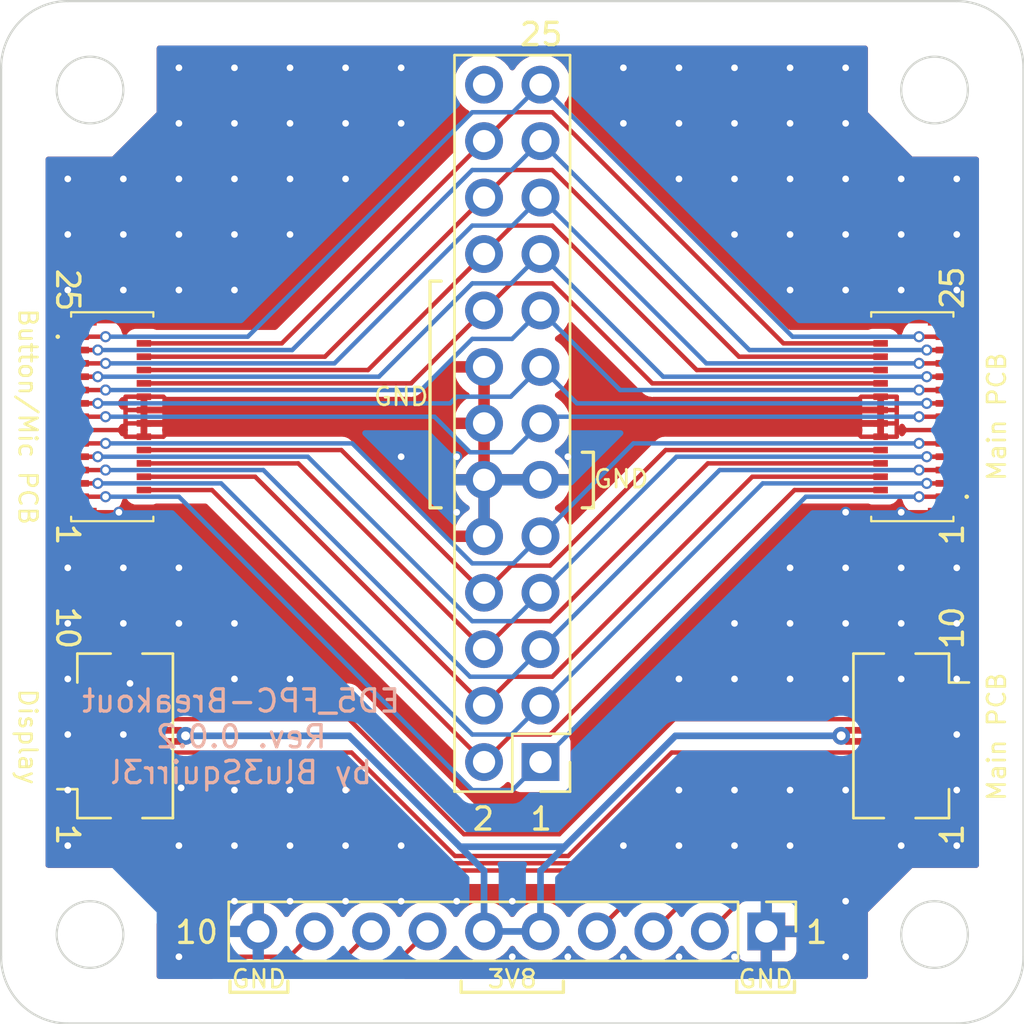
<source format=kicad_pcb>
(kicad_pcb (version 20211014) (generator pcbnew)
  (title_block (title "ED5 - FPC Breakout, Extension and Sniffer Board") (date "2023-01-05") (rev "0.0.2") (company "Blu3Squirr3l"))
  (layers (0 "F.Cu" signal) (31 "B.Cu" signal) (34 "B.Paste" user) (35 "F.Paste" user) (36 "B.SilkS" user "B.Silkscreen") (37 "F.SilkS" user "F.Silkscreen") (38 "B.Mask" user) (39 "F.Mask" user) (44 "Edge.Cuts" user))
  (net 0 "")
  (net 1 "GND")
  (net 2 "/LED_2")
  (net 3 "/LED_3")
  (net 4 "/LED_4")
  (net 5 "+3V8")
  (net 6 "/LED_7")
  (net 7 "/LED_8")
  (net 8 "/LED_9")
  (net 9 "/Button_1")
  (net 10 "/Button_2")
  (net 11 "/Button_3")
  (net 12 "/Button_4")
  (net 13 "/Button_5")
  (net 14 "/Button_6")
  (net 15 "/Button_7")
  (net 16 "/Button_8")
  (net 17 "/Button_9")
  (net 18 "/Button_13")
  (net 19 "/Button_15")
  (net 20 "/Button_17")
  (net 21 "/Button_18")
  (net 22 "/Button_19")
  (net 23 "/Button_20")
  (net 24 "/Button_21")
  (net 25 "/Button_22")
  (net 26 "/Button_23")
  (net 27 "/Button_24")
  (net 28 "/Button_25")
  (footprint "Connector_PinHeader_2.54mm:PinHeader_2x13_P2.54mm_Vertical" (layer "F.Cu") (at 86.27 81.24 180)
    (fp_text reference "J3")
    (fp_text value "Conn_Button_Mic" hide)
  )
  (footprint "ProjectLibrary:FH35C-25S-0.3SHW" (layer "F.Cu") (at 67 65.7 -90)
    (fp_text reference "J1")
    (fp_text value "Conn_to_Button_PCB" hide)
  )
  (footprint "ProjectLibrary:HDGC_0.5K-HX-10PWB_1x10_P0.50mm_Horizontal" (layer "F.Cu") (at 67.83 80.06 -90)
    (fp_text reference "J4")
    (fp_text value "Conn_to_Display" hide)
  )
  (footprint "Connector_PinHeader_2.54mm:PinHeader_1x10_P2.54mm_Vertical" (layer "F.Cu") (at 96.43 88.86 -90)
    (fp_text reference "J6")
    (fp_text value "Conn_Display" hide)
  )
  (footprint "ProjectLibrary:FH35C-25S-0.3SHW" (layer "F.Cu") (at 103 65.7 90)
    (fp_text reference "J2")
    (fp_text value "Conn_B_to_Main_PCB" hide)
  )
  (footprint "ProjectLibrary:HDGC_0.5K-HX-10PWB_1x10_P0.50mm_Horizontal" (layer "F.Cu") (at 102.25 80.06 90)
    (fp_text reference "J5")
    (fp_text value "Conn_D_to_Main_PCB" hide)
  )
  (gr_line (start 82.7 91.6) (end 87.3 91.6) (layer "F.SilkS") (width 0.15))
  (gr_line (start 81.8 59.6) (end 81.3 59.6) (layer "F.SilkS") (width 0.15))
  (gr_line (start 95.1 91.6) (end 97.7 91.6) (layer "F.SilkS") (width 0.15))
  (gr_line locked (start 88.15 67.3) (end 88.65 67.3) (layer "F.SilkS") (width 0.15))
  (gr_line (start 74.9 91.6) (end 74.9 91.1) (layer "F.SilkS") (width 0.15))
  (gr_line (start 97.7 91.6) (end 97.7 91.1) (layer "F.SilkS") (width 0.15))
  (gr_line (start 81.3 59.6) (end 81.3 69.8) (layer "F.SilkS") (width 0.15))
  (gr_line (start 88.15 69.8) (end 88.65 69.8) (layer "F.SilkS") (width 0.15))
  (gr_line (start 95.1 91.6) (end 95.1 91.1) (layer "F.SilkS") (width 0.15))
  (gr_line (start 72.3 91.6) (end 74.9 91.6) (layer "F.SilkS") (width 0.15))
  (gr_line (start 87.3 91.6) (end 87.3 91.1) (layer "F.SilkS") (width 0.15))
  (gr_line (start 81.3 69.8) (end 81.8 69.8) (layer "F.SilkS") (width 0.15))
  (gr_line (start 88.65 67.3) (end 88.65 69.8) (layer "F.SilkS") (width 0.15))
  (gr_line (start 82.7 91.6) (end 82.7 91.1) (layer "F.SilkS") (width 0.15))
  (gr_line (start 72.3 91.6) (end 72.3 91.1) (layer "F.SilkS") (width 0.15))
  (gr_line (start 65 47) (end 105 47) (layer "Edge.Cuts") (width 0.1))
  (gr_circle (center 66 51) (end 67.5 51) (layer "Edge.Cuts") (width 0.1) (fill none))
  (gr_circle (center 104 51) (end 105.5 51) (layer "Edge.Cuts") (width 0.1) (fill none))
  (gr_arc (start 105 47) (mid 107.12132 47.87868) (end 108 50) (layer "Edge.Cuts") (width 0.1))
  (gr_arc (start 65 93) (mid 62.87868 92.12132) (end 62 90) (layer "Edge.Cuts") (width 0.1))
  (gr_arc (start 62 50) (mid 62.87868 47.87868) (end 65 47) (layer "Edge.Cuts") (width 0.1))
  (gr_line (start 108 50) (end 108 90) (layer "Edge.Cuts") (width 0.1))
  (gr_circle (center 66 89) (end 64.5 89) (layer "Edge.Cuts") (width 0.1) (fill none))
  (gr_line (start 65 93) (end 105 93) (layer "Edge.Cuts") (width 0.1))
  (gr_arc (start 108 90) (mid 107.12132 92.12132) (end 105 93) (layer "Edge.Cuts") (width 0.1))
  (gr_line (start 62 50) (end 62 90) (layer "Edge.Cuts") (width 0.1))
  (gr_circle (center 104 89) (end 105.5 89) (layer "Edge.Cuts") (width 0.1) (fill none))
  (gr_text "ED5_FPC-Breakout\nRev. 0.0.2\nby Blu3Squirr3l" (at 72.8 80.1) (layer "B.SilkS") (effects (font (size 1 1)) (justify mirror)))
  (gr_text "25" (at 104.8 59.9 90) (layer "F.SilkS") (effects (font (size 1 1))))
  (gr_text "1" (at 65 71 270) (layer "F.SilkS") (effects (font (size 1 1))))
  (gr_text "GND" (at 73.6 91) (layer "F.SilkS") (effects (font (size 0.8 0.8) (thickness 0.12))))
  (gr_text "10" (at 65 75.2 270) (layer "F.SilkS") (effects (font (size 1 1))))
  (gr_text "GND" (at 80 64.8) (layer "F.SilkS") (effects (font (size 0.8 0.8) (thickness 0.12))))
  (gr_text "Button/Mic PCB" (at 63.2 65.7 270) (layer "F.SilkS") (effects (font (size 0.8 0.8) (thickness 0.12))))
  (gr_text "Display" (at 63.2 80.1 270) (layer "F.SilkS") (effects (font (size 0.8 0.8) (thickness 0.12))))
  (gr_text "25" (at 65 60 270) (layer "F.SilkS") (effects (font (size 1 1))))
  (gr_text "3V8" (at 85 91) (layer "F.SilkS") (effects (font (size 0.8 0.8) (thickness 0.12))))
  (gr_text "Main PCB" (at 106.8 65.7 90) (layer "F.SilkS") (effects (font (size 0.8 0.8) (thickness 0.12))))
  (gr_text "1" (at 98.7 88.9) (layer "F.SilkS") (effects (font (size 1 1))))
  (gr_text "1" (at 104.8 71 90) (layer "F.SilkS") (effects (font (size 1 1))))
  (gr_text "GND" (at 89.9 68.5) (layer "F.SilkS") (effects (font (size 0.8 0.8) (thickness 0.12))))
  (gr_text "10" (at 104.8 75.2 90) (layer "F.SilkS") (effects (font (size 1 1))))
  (gr_text "10" (at 70.8 88.9) (layer "F.SilkS") (effects (font (size 1 1))))
  (gr_text "1" (at 104.792702 84.5 90) (layer "F.SilkS") (effects (font (size 1 1))))
  (gr_text "GND" (at 96.4 91) (layer "F.SilkS") (effects (font (size 0.8 0.8) (thickness 0.12))))
  (gr_text "Main PCB" (at 106.797452 80.1 90) (layer "F.SilkS") (effects (font (size 0.8 0.8) (thickness 0.12))))
  (gr_text "2" (at 83.7 83.8) (layer "F.SilkS") (effects (font (size 1 1))))
  (gr_text "1" (at 65 84.5 270) (layer "F.SilkS") (effects (font (size 1 1))))
  (gr_text "25" (at 86.3 48.5) (layer "F.SilkS") (effects (font (size 1 1))))
  (gr_text "1" (at 86.3 83.8) (layer "F.SilkS") (effects (font (size 1 1))))
  (segment (start 68.425 66.6) (end 69.3 66.6) (width 0.2) (layer "F.Cu") (net 1))
  (segment (start 69.4 66.5) (end 69.4 64.9) (width 0.2) (layer "F.Cu") (net 1))
  (segment (start 101.575 66.6) (end 102.3 66.6) (width 0.2) (layer "F.Cu") (net 1))
  (segment (start 70.2 77.5) (end 72.5 77.5) (width 0.2) (layer "F.Cu") (net 1))
  (segment (start 64.4 66.3) (end 65.55 66.3) (width 0.2) (layer "F.Cu") (net 1))
  (segment (start 102.3 66.3) (end 102.3 66) (width 0.2) (layer "F.Cu") (net 1))
  (segment (start 88.5 66.5) (end 87.5 67.5) (width 0.2) (layer "F.Cu") (net 1))
  (segment (start 105.3 66.3) (end 105.5 66.5) (width 0.2) (layer "F.Cu") (net 1))
  (segment (start 64.7 61.4) (end 64.7 60.3) (width 0.2) (layer "F.Cu") (net 1))
  (segment (start 69.08 77.81) (end 67.91 77.81) (width 0.2) (layer "F.Cu") (net 1))
  (segment (start 101.575 64.8) (end 100.7 64.8) (width 0.2) (layer "F.Cu") (net 1))
  (segment (start 64.7 72.2) (end 65 72.5) (width 0.2) (layer "F.Cu") (net 1))
  (segment (start 102.3 64.8) (end 101.575 64.8) (width 0.2) (layer "F.Cu") (net 1))
  (segment (start 102.3 66) (end 101.575 66) (width 0.2) (layer "F.Cu") (net 1))
  (segment (start 105.5 66.5) (end 105.5 69.6) (width 0.2) (layer "F.Cu") (net 1))
  (segment (start 101 77.2) (end 101.39 76.81) (width 0.2) (layer "F.Cu") (net 1))
  (segment (start 69.08 77.81) (end 69.89 77.81) (width 0.2) (layer "F.Cu") (net 1))
  (segment (start 101 82.31) (end 101 83) (width 0.2) (layer "F.Cu") (net 1))
  (segment (start 101 77.81) (end 102.19 77.81) (width 0.2) (layer "F.Cu") (net 1))
  (segment (start 102.19 77.81) (end 102.5 77.5) (width 0.2) (layer "F.Cu") (net 1))
  (segment (start 101 82.31) (end 100.19 82.31) (width 0.2) (layer "F.Cu") (net 1))
  (segment (start 104.175 61.4) (end 102.8 61.4) (width 0.2) (layer "F.Cu") (net 1))
  (segment (start 64.7 61.4) (end 64.4 61.7) (width 0.2) (layer "F.Cu") (net 1))
  (segment (start 69.08 82.31) (end 69.08 82.98) (width 0.2) (layer "F.Cu") (net 1))
  (segment (start 100.19 82.31) (end 100 82.5) (width 0.2) (layer "F.Cu") (net 1))
  (segment (start 104.45 66.3) (end 102.3 66.3) (width 0.2) (layer "F.Cu") (net 1))
  (segment (start 67.6 66.3) (end 67.6 66.6) (width 0.2) (layer "F.Cu") (net 1))
  (segment (start 67.6 66) (end 67.6 66.1) (width 0.2) (layer "F.Cu") (net 1))
  (segment (start 101.575 66.6) (end 100.7 66.6) (width 0.2) (layer "F.Cu") (net 1))
  (segment (start 69.08 82.31) (end 70.01 82.31) (width 0.2) (layer "F.Cu") (net 1))
  (segment (start 69.4 66.5) (end 79 66.5) (width 0.2) (layer "F.Cu") (net 1))
  (segment (start 104.45 66.3) (end 105.3 66.3) (width 0.2) (layer "F.Cu") (net 1))
  (segment (start 68.425 64.8) (end 67.6 64.8) (width 0.2) (layer "F.Cu") (net 1))
  (segment (start 67.91 77.81) (end 67.8 77.7) (width 0.2) (layer "F.Cu") (net 1))
  (segment (start 99 85) (end 97.5 85) (width 0.2) (layer "F.Cu") (net 1))
  (segment (start 69.3 64.8) (end 69.4 64.9) (width 0.2) (layer "F.Cu") (net 1))
  (segment (start 64.4 69.7) (end 64.7 70) (width 0.2) (layer "F.Cu") (net 1))
  (segment (start 104.175 61.4) (end 105.2 61.4) (width 0.2) (layer "F.Cu") (net 1))
  (segment (start 64.4 66.3) (end 64.4 69.7) (width 0.2) (layer "F.Cu") (net 1))
  (segment (start 105.5 69.6) (end 105.1 70) (width 0.2) (layer "F.Cu") (net 1))
  (segment (start 67.5 61.1) (end 67.5 60) (width 0.2) (layer "F.Cu") (net 1))
  (segment (start 101 77.81) (end 100.31 77.81) (width 0.2) (layer "F.Cu") (net 1))
  (segment (start 67.6 66.1) (end 67.6 66.3) (width 0.2) (layer "F.Cu") (net 1))
  (segment (start 64.4 61.7) (end 64.4 66.3) (width 0.2) (layer "F.Cu") (net 1))
  (segment (start 100.6 66.5) (end 88.5 66.5) (width 0.2) (layer "F.Cu") (net 1))
  (segment (start 65.825 70) (end 67.3 70) (width 0.2) (layer "F.Cu") (net 1))
  (segment (start 69.3 66.6) (end 69.4 66.5) (width 0.2) (layer "F.Cu") (net 1))
  (segment (start 69.08 77.02) (end 68.87 76.81) (width 0.2) (layer "F.Cu") (net 1))
  (segment (start 65.825 61.4) (end 64.7 61.4) (width 0.2) (layer "F.Cu") (net 1))
  (segment (start 105.5 66.1) (end 105.3 66.3) (width 0.2) (layer "F.Cu") (net 1))
  (segment (start 68.425 64.8) (end 69.3 64.8) (width 0.2) (layer "F.Cu") (net 1))
  (segment (start 105.5 61.7) (end 105.5 66.1) (width 0.2) (layer "F.Cu") (net 1))
  (segment (start 65.825 61.4) (end 67.2 61.4) (width 0.2) (layer "F.Cu") (net 1))
  (segment (start 65.825 70) (end 64.7 70) (width 0.2) (layer "F.Cu") (net 1))
  (segment (start 67.6 66.6) (end 68.425 66.6) (width 0.2) (layer "F.Cu") (net 1))
  (segment (start 68.425 65.4) (end 67.6 65.4) (width 0.2) (layer "F.Cu") (net 1))
  (segment (start 100.31 77.81) (end 100 77.5) (width 0.2) (layer "F.Cu") (net 1))
  (segment (start 69.08 77.81) (end 69.08 77.02) (width 0.2) (layer "F.Cu") (net 1))
  (segment (start 102.8 61.4) (end 102.5 61.1) (width 0.2) (layer "F.Cu") (net 1))
  (segment (start 102.3 65.4) (end 101.575 65.4) (width 0.2) (layer "F.Cu") (net 1))
  (segment (start 68.87 76.81) (end 66.58 76.81) (width 0.2) (layer "F.Cu") (net 1))
  (segment (start 69.89 77.81) (end 70.2 77.5) (width 0.2) (layer "F.Cu") (net 1))
  (segment (start 65.55 66.3) (end 67.6 66.3) (width 0.2) (layer "F.Cu") (net 1))
  (segment (start 64.7 60.3) (end 65 60) (width 0.2) (layer "F.Cu") (net 1))
  (segment (start 64.7 70) (end 64.7 72.2) (width 0.2) (layer "F.Cu") (net 1))
  (segment (start 105.2 61.4) (end 105.5 61.7) (width 0.2) (layer "F.Cu") (net 1))
  (segment (start 67.6 66) (end 68.425 66) (width 0.2) (layer "F.Cu") (net 1))
  (segment (start 102.5 61.1) (end 102.5 60) (width 0.2) (layer "F.Cu") (net 1))
  (segment (start 102.3 66) (end 102.3 65.4) (width 0.2) (layer "F.Cu") (net 1))
  (segment (start 101 83) (end 99 85) (width 0.2) (layer "F.Cu") (net 1))
  (segment (start 79 66.5) (end 80 67.5) (width 0.2) (layer "F.Cu") (net 1))
  (segment (start 105.1 70) (end 104.175 70) (width 0.2) (layer "F.Cu") (net 1))
  (segment (start 69.08 82.98) (end 69.2 83.1) (width 0.2) (layer "F.Cu") (net 1))
  (segment (start 100.6 64.9) (end 100.6 66.5) (width 0.2) (layer "F.Cu") (net 1))
  (segment (start 70.01 82.31) (end 70.1 82.4) (width 0.2) (layer "F.Cu") (net 1))
  (segment (start 101.39 76.81) (end 103.5 76.81) (width 0.2) (layer "F.Cu") (net 1))
  (segment (start 102.3 66.6) (end 102.3 66.3) (width 0.2) (layer "F.Cu") (net 1))
  (segment (start 100.7 64.8) (end 100.6 64.9) (width 0.2) (layer "F.Cu") (net 1))
  (segment (start 67.2 61.4) (end 67.5 61.1) (width 0.2) (layer "F.Cu") (net 1))
  (segment (start 102.5 70) (end 104.175 70) (width 0.2) (layer "F.Cu") (net 1))
  (segment (start 100.7 66.6) (end 100.6 66.5) (width 0.2) (layer "F.Cu") (net 1))
  (segment (start 101 77.81) (end 101 77.2) (width 0.2) (layer "F.Cu") (net 1))
  (segment (start 67.6 64.8) (end 67.6 65.4) (width 0.2) (layer "F.Cu") (net 1))
  (segment (start 102.3 65.4) (end 102.3 64.8) (width 0.2) (layer "F.Cu") (net 1))
  (segment (start 67.6 65.4) (end 67.6 66) (width 0.2) (layer "F.Cu") (net 1))
  (via (at 105 82.5) (size 0.5) (drill 0.3) (layers "F.Cu" "B.Cu") (net 1))
  (via (at 65 85) (size 0.5) (drill 0.3) (layers "F.Cu" "B.Cu") (net 1))
  (via (at 97.5 72.5) (size 0.5) (drill 0.3) (layers "F.Cu" "B.Cu") (net 1))
  (via (at 100 55) (size 0.5) (drill 0.3) (layers "F.Cu" "B.Cu") (net 1))
  (via (at 95 50) (size 0.5) (drill 0.3) (layers "F.Cu" "B.Cu") (net 1))
  (via (at 95 75) (size 0.5) (drill 0.3) (layers "F.Cu" "B.Cu") (net 1))
  (via (at 72.5 52.5) (size 0.5) (drill 0.3) (layers "F.Cu" "B.Cu") (net 1))
  (via (at 100 50) (size 0.5) (drill 0.3) (layers "F.Cu" "B.Cu") (net 1))
  (via (at 67.5 60) (size 0.5) (drill 0.3) (layers "F.Cu" "B.Cu") (net 1))
  (via (at 95 57.5) (size 0.5) (drill 0.3) (layers "F.Cu" "B.Cu") (net 1))
  (via (at 102.5 55) (size 0.5) (drill 0.3) (layers "F.Cu" "B.Cu") (net 1))
  (via (at 85 87.5) (size 0.5) (drill 0.3) (layers "F.Cu" "B.Cu") (net 1))
  (via (at 67.5 57.5) (size 0.5) (drill 0.3) (layers "F.Cu" "B.Cu") (net 1))
  (via (at 75 52.5) (size 0.5) (drill 0.3) (layers "F.Cu" "B.Cu") (net 1))
  (via (at 72.5 50) (size 0.5) (drill 0.3) (layers "F.Cu" "B.Cu") (net 1))
  (via (at 70 52.5) (size 0.5) (drill 0.3) (layers "F.Cu" "B.Cu") (net 1))
  (via (at 95 55) (size 0.5) (drill 0.3) (layers "F.Cu" "B.Cu") (net 1))
  (via (at 105 77.5) (size 0.5) (drill 0.3) (layers "F.Cu" "B.Cu") (net 1))
  (via (at 72.5 75) (size 0.5) (drill 0.3) (layers "F.Cu" "B.Cu") (net 1))
  (via (at 87.5 67.5) (size 0.5) (drill 0.3) (layers "F.Cu" "B.Cu") (net 1))
  (via (at 92.5 55) (size 0.5) (drill 0.3) (layers "F.Cu" "B.Cu") (net 1))
  (via (at 72.5 87.5) (size 0.5) (drill 0.3) (layers "F.Cu" "B.Cu") (net 1))
  (via (at 67.8 77.7) (size 0.5) (drill 0.3) (layers "F.Cu" "B.Cu") (net 1))
  (via (at 72.5 57.5) (size 0.5) (drill 0.3) (layers "F.Cu" "B.Cu") (net 1))
  (via (at 102.5 77.5) (size 0.5) (drill 0.3) (layers "F.Cu" "B.Cu") (net 1))
  (via (at 82.5 67.5) (size 0.5) (drill 0.3) (layers "F.Cu" "B.Cu") (net 1))
  (via (at 100 72.5) (size 0.5) (drill 0.3) (layers "F.Cu" "B.Cu") (net 1))
  (via (at 102.5 60) (size 0.5) (drill 0.3) (layers "F.Cu" "B.Cu") (net 1))
  (via (at 65 82.5) (size 0.5) (drill 0.3) (layers "F.Cu" "B.Cu") (net 1))
  (via (at 75 57.5) (size 0.5) (drill 0.3) (layers "F.Cu" "B.Cu") (net 1))
  (via (at 65 55) (size 0.5) (drill 0.3) (layers "F.Cu" "B.Cu") (net 1))
  (via (at 75 50) (size 0.5) (drill 0.3) (layers "F.Cu" "B.Cu") (net 1))
  (via (at 97.5 52.5) (size 0.5) (drill 0.3) (layers "F.Cu" "B.Cu") (net 1))
  (via (at 97.5 75) (size 0.5) (drill 0.3) (layers "F.Cu" "B.Cu") (net 1))
  (via (at 105 72.5) (size 0.5) (drill 0.3) (layers "F.Cu" "B.Cu") (net 1))
  (via (at 100 60) (size 0.5) (drill 0.3) (layers "F.Cu" "B.Cu") (net 1))
  (via (at 65 75) (size 0.5) (drill 0.3) (layers "F.Cu" "B.Cu") (net 1))
  (via (at 100 57.5) (size 0.5) (drill 0.3) (layers "F.Cu" "B.Cu") (net 1))
  (via (at 67.5 75) (size 0.5) (drill 0.3) (layers "F.Cu" "B.Cu") (net 1))
  (via (at 70 72.5) (size 0.5) (drill 0.3) (layers "F.Cu" "B.Cu") (net 1))
  (via (at 97.5 50) (size 0.5) (drill 0.3) (layers "F.Cu" "B.Cu") (net 1))
  (via (at 97.5 77.5) (size 0.5) (drill 0.3) (layers "F.Cu" "B.Cu") (net 1))
  (via (at 105 57.5) (size 0.5) (drill 0.3) (layers "F.Cu" "B.Cu") (net 1))
  (via (at 100 77.5) (size 0.5) (drill 0.3) (layers "F.Cu" "B.Cu") (net 1))
  (via (at 92.5 52.5) (size 0.5) (drill 0.3) (layers "F.Cu" "B.Cu") (net 1))
  (via (at 85 90) (size 0.5) (drill 0.3) (layers "F.Cu" "B.Cu") (net 1))
  (via (at 105 75) (size 0.5) (drill 0.3) (layers "F.Cu" "B.Cu") (net 1))
  (via (at 70 60) (size 0.5) (drill 0.3) (layers "F.Cu" "B.Cu") (net 1))
  (via (at 77.5 50) (size 0.5) (drill 0.3) (layers "F.Cu" "B.Cu") (net 1))
  (via (at 80 50) (size 0.5) (drill 0.3) (layers "F.Cu" "B.Cu") (net 1))
  (via (at 105 55) (size 0.5) (drill 0.3) (layers "F.Cu" "B.Cu") (net 1))
  (via (at 92.5 77.5) (size 0.5) (drill 0.3) (layers "F.Cu" "B.Cu") (net 1))
  (via (at 72.5 85) (size 0.5) (drill 0.3) (layers "F.Cu" "B.Cu") (net 1))
  (via (at 77.5 52.5) (size 0.5) (drill 0.3) (layers "F.Cu" "B.Cu") (net 1))
  (via (at 92.5 50) (size 0.5) (drill 0.3) (layers "F.Cu" "B.Cu") (net 1))
  (via (at 65 60) (size 0.5) (drill 0.3) (layers "F.Cu" "B.Cu") (net 1))
  (via (at 70 50) (size 0.5) (drill 0.3) (layers "F.Cu" "B.Cu") (net 1))
  (via (at 82.5 87.5) (size 0.5) (drill 0.3) (layers "F.Cu" "B.Cu") (net 1))
  (via (at 97.5 57.5) (size 0.5) (drill 0.3) (layers "F.Cu" "B.Cu") (net 1))
  (via (at 100 52.5) (size 0.5) (drill 0.3) (layers "F.Cu" "B.Cu") (net 1))
  (via (at 77.5 85) (size 0.5) (drill 0.3) (layers "F.Cu" "B.Cu") (net 1))
  (via (at 65 57.5) (size 0.5) (drill 0.3) (layers "F.Cu" "B.Cu") (net 1))
  (via (at 75 82.5) (size 0.5) (drill 0.3) (layers "F.Cu" "B.Cu") (net 1))
  (via (at 95 77.5) (size 0.5) (drill 0.3) (layers "F.Cu" "B.Cu") (net 1))
  (via (at 75 85) (size 0.5) (drill 0.3) (layers "F.Cu" "B.Cu") (net 1))
  (via (at 92.5 85) (size 0.5) (drill 0.3) (layers "F.Cu" "B.Cu") (net 1))
  (via (at 105 85) (size 0.5) (drill 0.3) (layers "F.Cu" "B.Cu") (net 1))
  (via (at 92.5 90) (size 0.5) (drill 0.3) (layers "F.Cu" "B.Cu") (net 1))
  (via (at 95 90) (size 0.5) (drill 0.3) (layers "F.Cu" "B.Cu") (net 1))
  (via (at 102.5 72.5) (size 0.5) (drill 0.3) (layers "F.Cu" "B.Cu") (net 1))
  (via (at 102.5 57.5) (size 0.5) (drill 0.3) (layers "F.Cu" "B.Cu") (net 1))
  (via (at 100 82.5) (size 0.5) (drill 0.3) (layers "F.Cu" "B.Cu") (net 1))
  (via (at 97.5 55) (size 0.5) (drill 0.3) (layers "F.Cu" "B.Cu") (net 1))
  (via (at 105 60) (size 0.5) (drill 0.3) (layers "F.Cu" "B.Cu") (net 1))
  (via (at 77.5 55) (size 0.5) (drill 0.3) (layers "F.Cu" "B.Cu") (net 1))
  (via (at 97.5 85) (size 0.5) (drill 0.3) (layers "F.Cu" "B.Cu") (net 1))
  (via (at 97.5 60) (size 0.5) (drill 0.3) (layers "F.Cu" "B.Cu") (net 1))
  (via (at 77.5 82.5) (size 0.5) (drill 0.3) (layers "F.Cu" "B.Cu") (net 1))
  (via (at 77.5 87.5) (size 0.5) (drill 0.3) (layers "F.Cu" "B.Cu") (net 1))
  (via (at 100 70) (size 0.5) (drill 0.3) (layers "F.Cu" "B.Cu") (net 1))
  (via (at 105 80) (size 0.5) (drill 0.3) (layers "F.Cu" "B.Cu") (net 1))
  (via (at 102.5 85) (size 0.5) (drill 0.3) (layers "F.Cu" "B.Cu") (net 1))
  (via (at 90 52.5) (size 0.5) (drill 0.3) (layers "F.Cu" "B.Cu") (net 1))
  (via (at 100 90) (size 0.5) (drill 0.3) (layers "F.Cu" "B.Cu") (net 1))
  (via (at 70 75) (size 0.5) (drill 0.3) (layers "F.Cu" "B.Cu") (net 1))
  (via (at 82.5 70) (size 0.5) (drill 0.3) (layers "F.Cu" "B.Cu") (net 1))
  (via (at 80 85) (size 0.5) (drill 0.3) (layers "F.Cu" "B.Cu") (net 1))
  (via (at 87.5 90) (size 0.5) (drill 0.3) (layers "F.Cu" "B.Cu") (net 1))
  (via (at 90 90) (size 0.5) (drill 0.3) (layers "F.Cu" "B.Cu") (net 1))
  (via (at 95 52.5) (size 0.5) (drill 0.3) (layers "F.Cu" "B.Cu") (net 1))
  (via (at 67.3 70) (size 0.5) (drill 0.3) (layers "F.Cu" "B.Cu") (net 1))
  (via (at 70 85) (size 0.5) (drill 0.3) (layers "F.Cu" "B.Cu") (net 1))
  (via (at 67.5 72.5) (size 0.5) (drill 0.3) (layers "F.Cu" "B.Cu") (net 1))
  (via (at 90 85) (size 0.5) (drill 0.3) (layers "F.Cu" "B.Cu") (net 1))
  (via (at 95 82.5) (size 0.5) (drill 0.3) (layers "F.Cu" "B.Cu") (net 1))
  (via (at 92.5 82.5) (size 0.5) (drill 0.3) (layers "F.Cu" "B.Cu") (net 1))
  (via (at 75 87.5) (size 0.5) (drill 0.3) (layers "F.Cu" "B.Cu") (net 1))
  (via (at 80 87.5) (size 0.5) (drill 0.3) (layers "F.Cu" "B.Cu") (net 1))
  (via (at 75 55) (size 0.5) (drill 0.3) (layers "F.Cu" "B.Cu") (net 1))
  (via (at 70 57.5) (size 0.5) (drill 0.3) (layers "F.Cu" "B.Cu") (net 1))
  (via (at 90 50) (size 0.5) (drill 0.3) (layers "F.Cu" "B.Cu") (net 1))
  (via (at 72.5 60) (size 0.5) (drill 0.3) (layers "F.Cu" "B.Cu") (net 1))
  (via (at 100 87.5) (size 0.5) (drill 0.3) (layers "F.Cu" "B.Cu") (net 1))
  (via (at 65 80) (size 0.5) (drill 0.3) (layers "F.Cu" "B.Cu") (net 1))
  (via (at 80 52.5) (size 0.5) (drill 0.3) (layers "F.Cu" "B.Cu") (net 1))
  (via (at 102.5 75) (size 0.5) (drill 0.3) (layers "F.Cu" "B.Cu") (net 1))
  (via (at 67.5 80) (size 0.5) (drill 0.3) (layers "F.Cu" "B.Cu") (net 1))
  (via (at 72.5 55) (size 0.5) (drill 0.3) (layers "F.Cu" "B.Cu") (net 1))
  (via (at 72.5 82.5) (size 0.5) (drill 0.3) (layers "F.Cu" "B.Cu") (net 1))
  (via (at 100 75) (size 0.5) (drill 0.3) (layers "F.Cu" "B.Cu") (net 1))
  (via (at 70.1 82.4) (size 0.5) (drill 0.3) (layers "F.Cu" "B.Cu") (net 1))
  (via (at 70 55) (size 0.5) (drill 0.3) (layers "F.Cu" "B.Cu") (net 1))
  (via (at 67.5 55) (size 0.5) (drill 0.3) (layers "F.Cu" "B.Cu") (net 1))
  (via (at 102.5 70) (size 0.5) (drill 0.3) (layers "F.Cu" "B.Cu") (net 1))
  (via (at 80 67.5) (size 0.5) (drill 0.3) (layers "F.Cu" "B.Cu") (net 1))
  (via (at 97.5 82.5) (size 0.5) (drill 0.3) (layers "F.Cu" "B.Cu") (net 1))
  (via (at 72.5 77.5) (size 0.5) (drill 0.3) (layers "F.Cu" "B.Cu") (net 1))
  (via (at 95 85) (size 0.5) (drill 0.3) (layers "F.Cu" "B.Cu") (net 1))
  (via (at 65 72.5) (size 0.5) (drill 0.3) (layers "F.Cu" "B.Cu") (net 1))
  (via (at 65 77.5) (size 0.5) (drill 0.3) (layers "F.Cu" "B.Cu") (net 1))
  (via (at 70 90) (size 0.5) (drill 0.3) (layers "F.Cu" "B.Cu") (net 1))
  (via (at 75 77.5) (size 0.5) (drill 0.3) (layers "F.Cu" "B.Cu") (net 1))
  (segment (start 77.618084 78.31) (end 83.141116 83.833031) (width 0.2) (layer "F.Cu") (net 2))
  (segment (start 99.5 87) (end 102.606071 83.893929) (width 0.2) (layer "F.Cu") (net 2))
  (segment (start 92.366459 78.31) (end 101 78.31) (width 0.2) (layer "F.Cu") (net 2))
  (segment (start 86.843428 83.833031) (end 92.366459 78.31) (width 0.2) (layer "F.Cu") (net 2))
  (segment (start 83.141116 83.833031) (end 86.843428 83.833031) (width 0.2) (layer "F.Cu") (net 2))
  (segment (start 93.89 88.86) (end 95.75 87) (width 0.2) (layer "F.Cu") (net 2))
  (segment (start 69.08 78.31) (end 77.618084 78.31) (width 0.2) (layer "F.Cu") (net 2))
  (segment (start 102.606071 83.893929) (end 102.606071 79.316071) (width 0.2) (layer "F.Cu") (net 2))
  (segment (start 95.75 87) (end 99.5 87) (width 0.2) (layer "F.Cu") (net 2))
  (segment (start 102.606071 79.316071) (end 101.6 78.31) (width 0.2) (layer "F.Cu") (net 2))
  (segment (start 101.6 78.31) (end 101 78.31) (width 0.2) (layer "F.Cu") (net 2))
  (segment (start 102.279551 79.489551) (end 102.279551 83.758679) (width 0.2) (layer "F.Cu") (net 3))
  (segment (start 77.612272 78.81) (end 82.961823 84.159551) (width 0.2) (layer "F.Cu") (net 3))
  (segment (start 99.36475 86.67348) (end 93.53652 86.67348) (width 0.2) (layer "F.Cu") (net 3))
  (segment (start 92.328227 78.81) (end 101 78.81) (width 0.2) (layer "F.Cu") (net 3))
  (segment (start 101.6 78.81) (end 102.279551 79.489551) (width 0.2) (layer "F.Cu") (net 3))
  (segment (start 69.08 78.81) (end 77.612272 78.81) (width 0.2) (layer "F.Cu") (net 3))
  (segment (start 101 78.81) (end 101.6 78.81) (width 0.2) (layer "F.Cu") (net 3))
  (segment (start 82.961823 84.159551) (end 86.978676 84.159551) (width 0.2) (layer "F.Cu") (net 3))
  (segment (start 102.279551 83.758679) (end 99.36475 86.67348) (width 0.2) (layer "F.Cu") (net 3))
  (segment (start 86.978676 84.159551) (end 92.328227 78.81) (width 0.2) (layer "F.Cu") (net 3))
  (segment (start 93.53652 86.67348) (end 91.35 88.86) (width 0.2) (layer "F.Cu") (net 3))
  (segment (start 101.953031 83.623429) (end 99.2295 86.34696) (width 0.2) (layer "F.Cu") (net 4))
  (segment (start 101.953031 79.663031) (end 101.953031 83.623429) (width 0.2) (layer "F.Cu") (net 4))
  (segment (start 92.289995 79.31) (end 101 79.31) (width 0.2) (layer "F.Cu") (net 4))
  (segment (start 101 79.31) (end 101.6 79.31) (width 0.2) (layer "F.Cu") (net 4))
  (segment (start 91.32304 86.34696) (end 88.81 88.86) (width 0.2) (layer "F.Cu") (net 4))
  (segment (start 69.08 79.31) (end 77.650502 79.31) (width 0.2) (layer "F.Cu") (net 4))
  (segment (start 99.2295 86.34696) (end 91.32304 86.34696) (width 0.2) (layer "F.Cu") (net 4))
  (segment (start 82.826573 84.486071) (end 87.113924 84.486071) (width 0.2) (layer "F.Cu") (net 4))
  (segment (start 77.650502 79.31) (end 82.826573 84.486071) (width 0.2) (layer "F.Cu") (net 4))
  (segment (start 101.6 79.31) (end 101.953031 79.663031) (width 0.2) (layer "F.Cu") (net 4))
  (segment (start 87.113924 84.486071) (end 92.289995 79.31) (width 0.2) (layer "F.Cu") (net 4))
  (segment (start 70.05 79.81) (end 70.3 80.06) (width 0.3) (layer "F.Cu") (net 5))
  (segment (start 69.08 79.81) (end 70.05 79.81) (width 0.3) (layer "F.Cu") (net 5))
  (segment (start 100.05 79.81) (end 99.8 80.06) (width 0.3) (layer "F.Cu") (net 5))
  (segment (start 70.05 80.31) (end 70.3 80.06) (width 0.3) (layer "F.Cu") (net 5))
  (segment (start 101 80.31) (end 100.05 80.31) (width 0.3) (layer "F.Cu") (net 5))
  (segment (start 100.05 80.31) (end 99.8 80.06) (width 0.3) (layer "F.Cu") (net 5))
  (segment (start 69.08 80.31) (end 70.05 80.31) (width 0.3) (layer "F.Cu") (net 5))
  (segment (start 101 79.81) (end 100.05 79.81) (width 0.3) (layer "F.Cu") (net 5))
  (via (at 70.3 80.06) (size 0.8) (drill 0.4) (layers "F.Cu" "B.Cu") (net 5))
  (via (at 99.8 80.06) (size 0.8) (drill 0.4) (layers "F.Cu" "B.Cu") (net 5))
  (segment (start 86.27 86.13) (end 87.35 85.05) (width 0.3) (layer "B.Cu") (net 5))
  (segment (start 92.34 80.06) (end 99.8 80.06) (width 0.3) (layer "B.Cu") (net 5))
  (segment (start 82.65 85.05) (end 87.35 85.05) (width 0.3) (layer "B.Cu") (net 5))
  (segment (start 83.73 86.13) (end 83.73 88.86) (width 0.3) (layer "B.Cu") (net 5))
  (segment (start 87.35 85.05) (end 92.34 80.06) (width 0.3) (layer "B.Cu") (net 5))
  (segment (start 86.27 86.13) (end 86.27 88.86) (width 0.3) (layer "B.Cu") (net 5))
  (segment (start 82.65 85.05) (end 83.73 86.13) (width 0.3) (layer "B.Cu") (net 5))
  (segment (start 70.3 80.06) (end 77.66 80.06) (width 0.3) (layer "B.Cu") (net 5))
  (segment (start 83.73 88.86) (end 86.27 88.86) (width 0.3) (layer "B.Cu") (net 5))
  (segment (start 77.66 80.06) (end 82.65 85.05) (width 0.3) (layer "B.Cu") (net 5))
  (segment (start 68.48 80.81) (end 67.74696 81.54304) (width 0.2) (layer "F.Cu") (net 6))
  (segment (start 72.286479 90.65304) (end 79.39696 90.65304) (width 0.2) (layer "F.Cu") (net 6))
  (segment (start 69.08 80.81) (end 77.765192 80.81) (width 0.2) (layer "F.Cu") (net 6))
  (segment (start 67.74696 86.113522) (end 72.286479 90.65304) (width 0.2) (layer "F.Cu") (net 6))
  (segment (start 82.420823 85.465631) (end 87.519678 85.465631) (width 0.2) (layer "F.Cu") (net 6))
  (segment (start 69.08 80.81) (end 68.48 80.81) (width 0.2) (layer "F.Cu") (net 6))
  (segment (start 92.17531 80.81) (end 101 80.81) (width 0.2) (layer "F.Cu") (net 6))
  (segment (start 67.74696 81.54304) (end 67.74696 86.113522) (width 0.2) (layer "F.Cu") (net 6))
  (segment (start 77.765192 80.81) (end 82.420823 85.465631) (width 0.2) (layer "F.Cu") (net 6))
  (segment (start 79.39696 90.65304) (end 81.19 88.86) (width 0.2) (layer "F.Cu") (net 6))
  (segment (start 87.519678 85.465631) (end 92.17531 80.81) (width 0.2) (layer "F.Cu") (net 6))
  (segment (start 69.08 81.31) (end 77.803422 81.31) (width 0.2) (layer "F.Cu") (net 7))
  (segment (start 77.803422 81.31) (end 82.285573 85.792151) (width 0.2) (layer "F.Cu") (net 7))
  (segment (start 82.285573 85.792151) (end 87.690121 85.792151) (width 0.2) (layer "F.Cu") (net 7))
  (segment (start 68.48 81.31) (end 68.07348 81.71652) (width 0.2) (layer "F.Cu") (net 7))
  (segment (start 68.07348 81.71652) (end 68.07348 85.978272) (width 0.2) (layer "F.Cu") (net 7))
  (segment (start 77.18348 90.32652) (end 78.65 88.86) (width 0.2) (layer "F.Cu") (net 7))
  (segment (start 68.07348 85.978272) (end 72.421728 90.32652) (width 0.2) (layer "F.Cu") (net 7))
  (segment (start 69.08 81.31) (end 68.48 81.31) (width 0.2) (layer "F.Cu") (net 7))
  (segment (start 92.172272 81.31) (end 101 81.31) (width 0.2) (layer "F.Cu") (net 7))
  (segment (start 87.690121 85.792151) (end 92.172272 81.31) (width 0.2) (layer "F.Cu") (net 7))
  (segment (start 72.421728 90.32652) (end 77.18348 90.32652) (width 0.2) (layer "F.Cu") (net 7))
  (segment (start 72.556978 90) (end 74.97 90) (width 0.2) (layer "F.Cu") (net 8))
  (segment (start 92.134042 81.81) (end 101 81.81) (width 0.2) (layer "F.Cu") (net 8))
  (segment (start 69.08 81.81) (end 77.812272 81.81) (width 0.2) (layer "F.Cu") (net 8))
  (segment (start 74.97 90) (end 76.11 88.86) (width 0.2) (layer "F.Cu") (net 8))
  (segment (start 82.120943 86.118671) (end 87.82537 86.118671) (width 0.2) (layer "F.Cu") (net 8))
  (segment (start 68.4 85.843022) (end 72.556978 90) (width 0.2) (layer "F.Cu") (net 8))
  (segment (start 87.82537 86.118671) (end 92.134042 81.81) (width 0.2) (layer "F.Cu") (net 8))
  (segment (start 68.48 81.81) (end 68.4 81.89) (width 0.2) (layer "F.Cu") (net 8))
  (segment (start 69.08 81.81) (end 68.48 81.81) (width 0.2) (layer "F.Cu") (net 8))
  (segment (start 68.4 81.89) (end 68.4 85.843022) (width 0.2) (layer "F.Cu") (net 8))
  (segment (start 77.812272 81.81) (end 82.120943 86.118671) (width 0.2) (layer "F.Cu") (net 8))
  (segment (start 103.3 69.3) (end 104.45 69.3) (width 0.2) (layer "F.Cu") (net 9))
  (segment (start 66.7 69.3) (end 65.55 69.3) (width 0.2) (layer "F.Cu") (net 9))
  (via (at 103.3 69.3) (size 0.5) (drill 0.3) (layers "F.Cu" "B.Cu") (net 9))
  (via (at 66.7 69.3) (size 0.5) (drill 0.3) (layers "F.Cu" "B.Cu") (net 9))
  (segment (start 103.3 69.3) (end 98.21 69.3) (width 0.2) (layer "B.Cu") (net 9))
  (segment (start 66.7 69.3) (end 70 69.3) (width 0.2) (layer "B.Cu") (net 9))
  (segment (start 85.01 82.5) (end 86.27 81.24) (width 0.2) (layer "B.Cu") (net 9))
  (segment (start 98.21 69.3) (end 86.27 81.24) (width 0.2) (layer "B.Cu") (net 9))
  (segment (start 83.2 82.5) (end 85.01 82.5) (width 0.2) (layer "B.Cu") (net 9))
  (segment (start 70 69.3) (end 83.2 82.5) (width 0.2) (layer "B.Cu") (net 9))
  (segment (start 71.49 69) (end 83.73 81.24) (width 0.2) (layer "F.Cu") (net 10))
  (segment (start 68.425 69) (end 71.49 69) (width 0.2) (layer "F.Cu") (net 10))
  (segment (start 84.97 80) (end 83.73 81.24) (width 0.2) (layer "F.Cu") (net 10))
  (segment (start 101.575 69) (end 97.7 69) (width 0.2) (layer "F.Cu") (net 10))
  (segment (start 97.7 69) (end 86.7 80) (width 0.2) (layer "F.Cu") (net 10))
  (segment (start 86.7 80) (end 84.97 80) (width 0.2) (layer "F.Cu") (net 10))
  (segment (start 104.45 68.7) (end 103.65 68.7) (width 0.2) (layer "F.Cu") (net 11))
  (segment (start 65.55 68.7) (end 66.35 68.7) (width 0.2) (layer "F.Cu") (net 11))
  (via (at 66.35 68.7) (size 0.5) (drill 0.3) (layers "F.Cu" "B.Cu") (net 11))
  (via (at 103.65 68.7) (size 0.5) (drill 0.3) (layers "F.Cu" "B.Cu") (net 11))
  (segment (start 71.9 68.7) (end 83.2 80) (width 0.2) (layer "B.Cu") (net 11))
  (segment (start 84.97 80) (end 86.27 78.7) (width 0.2) (layer "B.Cu") (net 11))
  (segment (start 83.2 80) (end 84.97 80) (width 0.2) (layer "B.Cu") (net 11))
  (segment (start 66.35 68.7) (end 71.9 68.7) (width 0.2) (layer "B.Cu") (net 11))
  (segment (start 103.65 68.7) (end 96.27 68.7) (width 0.2) (layer "B.Cu") (net 11))
  (segment (start 96.27 68.7) (end 86.27 78.7) (width 0.2) (layer "B.Cu") (net 11))
  (segment (start 73.43 68.4) (end 83.73 78.7) (width 0.2) (layer "F.Cu") (net 12))
  (segment (start 85.03 77.4) (end 86.8 77.4) (width 0.2) (layer "F.Cu") (net 12))
  (segment (start 95.8 68.4) (end 101.575 68.4) (width 0.2) (layer "F.Cu") (net 12))
  (segment (start 83.73 78.7) (end 85.03 77.4) (width 0.2) (layer "F.Cu") (net 12))
  (segment (start 68.425 68.4) (end 73.43 68.4) (width 0.2) (layer "F.Cu") (net 12))
  (segment (start 86.8 77.4) (end 95.8 68.4) (width 0.2) (layer "F.Cu") (net 12))
  (segment (start 66.7 68.1) (end 65.55 68.1) (width 0.2) (layer "F.Cu") (net 13))
  (segment (start 103.3 68.1) (end 104.45 68.1) (width 0.2) (layer "F.Cu") (net 13))
  (via (at 66.7 68.1) (size 0.5) (drill 0.3) (layers "F.Cu" "B.Cu") (net 13))
  (via (at 103.3 68.1) (size 0.5) (drill 0.3) (layers "F.Cu" "B.Cu") (net 13))
  (segment (start 94.33 68.1) (end 86.27 76.16) (width 0.2) (layer "B.Cu") (net 13))
  (segment (start 83.1 77.4) (end 85.03 77.4) (width 0.2) (layer "B.Cu") (net 13))
  (segment (start 66.7 68.1) (end 73.8 68.1) (width 0.2) (layer "B.Cu") (net 13))
  (segment (start 103.3 68.1) (end 94.33 68.1) (width 0.2) (layer "B.Cu") (net 13))
  (segment (start 85.03 77.4) (end 86.27 76.16) (width 0.2) (layer "B.Cu") (net 13))
  (segment (start 73.8 68.1) (end 83.1 77.4) (width 0.2) (layer "B.Cu") (net 13))
  (segment (start 101.575 67.8) (end 93.8 67.8) (width 0.2) (layer "F.Cu") (net 14))
  (segment (start 84.99 74.9) (end 83.73 76.16) (width 0.2) (layer "F.Cu") (net 14))
  (segment (start 93.8 67.8) (end 86.7 74.9) (width 0.2) (layer "F.Cu") (net 14))
  (segment (start 75.37 67.8) (end 83.73 76.16) (width 0.2) (layer "F.Cu") (net 14))
  (segment (start 68.425 67.8) (end 75.37 67.8) (width 0.2) (layer "F.Cu") (net 14))
  (segment (start 86.7 74.9) (end 84.99 74.9) (width 0.2) (layer "F.Cu") (net 14))
  (segment (start 65.55 67.5) (end 66.35 67.5) (width 0.2) (layer "F.Cu") (net 15))
  (segment (start 104.45 67.5) (end 103.65 67.5) (width 0.2) (layer "F.Cu") (net 15))
  (via (at 66.35 67.5) (size 0.5) (drill 0.3) (layers "F.Cu" "B.Cu") (net 15))
  (via (at 103.65 67.5) (size 0.5) (drill 0.3) (layers "F.Cu" "B.Cu") (net 15))
  (segment (start 66.35 67.5) (end 75.8 67.5) (width 0.2) (layer "B.Cu") (net 15))
  (segment (start 92.39 67.5) (end 86.27 73.62) (width 0.2) (layer "B.Cu") (net 15))
  (segment (start 103.65 67.5) (end 92.39 67.5) (width 0.2) (layer "B.Cu") (net 15))
  (segment (start 75.8 67.5) (end 83.2 74.9) (width 0.2) (layer "B.Cu") (net 15))
  (segment (start 83.2 74.9) (end 84.99 74.9) (width 0.2) (layer "B.Cu") (net 15))
  (segment (start 84.99 74.9) (end 86.27 73.62) (width 0.2) (layer "B.Cu") (net 15))
  (segment (start 86.7 72.4) (end 84.95 72.4) (width 0.2) (layer "F.Cu") (net 16))
  (segment (start 91.9 67.2) (end 86.7 72.4) (width 0.2) (layer "F.Cu") (net 16))
  (segment (start 77.31 67.2) (end 83.73 73.62) (width 0.2) (layer "F.Cu") (net 16))
  (segment (start 84.95 72.4) (end 83.73 73.62) (width 0.2) (layer "F.Cu") (net 16))
  (segment (start 101.575 67.2) (end 91.9 67.2) (width 0.2) (layer "F.Cu") (net 16))
  (segment (start 68.425 67.2) (end 77.31 67.2) (width 0.2) (layer "F.Cu") (net 16))
  (segment (start 66.7 66.9) (end 65.55 66.9) (width 0.2) (layer "F.Cu") (net 17))
  (segment (start 103.3 66.9) (end 104.45 66.9) (width 0.2) (layer "F.Cu") (net 17))
  (via (at 103.3 66.9) (size 0.5) (drill 0.3) (layers "F.Cu" "B.Cu") (net 17))
  (via (at 66.7 66.9) (size 0.5) (drill 0.3) (layers "F.Cu" "B.Cu") (net 17))
  (segment (start 83.2 72.3) (end 85.05 72.3) (width 0.2) (layer "B.Cu") (net 17))
  (segment (start 103.3 66.9) (end 90.45 66.9) (width 0.2) (layer "B.Cu") (net 17))
  (segment (start 85.05 72.3) (end 86.27 71.08) (width 0.2) (layer "B.Cu") (net 17))
  (segment (start 90.45 66.9) (end 86.27 71.08) (width 0.2) (layer "B.Cu") (net 17))
  (segment (start 66.7 66.9) (end 77.8 66.9) (width 0.2) (layer "B.Cu") (net 17))
  (segment (start 77.8 66.9) (end 83.2 72.3) (width 0.2) (layer "B.Cu") (net 17))
  (segment (start 66.7 65.7) (end 65.55 65.7) (width 0.2) (layer "F.Cu") (net 18))
  (segment (start 103.3 65.7) (end 104.45 65.7) (width 0.2) (layer "F.Cu") (net 18))
  (via (at 103.3 65.7) (size 0.5) (drill 0.3) (layers "F.Cu" "B.Cu") (net 18))
  (via (at 66.7 65.7) (size 0.5) (drill 0.3) (layers "F.Cu" "B.Cu") (net 18))
  (segment (start 103.3 65.7) (end 86.57 65.7) (width 0.2) (layer "B.Cu") (net 18))
  (segment (start 84.97 67.3) (end 86.27 66) (width 0.2) (layer "B.Cu") (net 18))
  (segment (start 66.7 65.7) (end 81.5 65.7) (width 0.2) (layer "B.Cu") (net 18))
  (segment (start 86.57 65.7) (end 86.27 66) (width 0.2) (layer "B.Cu") (net 18))
  (segment (start 83.1 67.3) (end 84.97 67.3) (width 0.2) (layer "B.Cu") (net 18))
  (segment (start 81.5 65.7) (end 83.1 67.3) (width 0.2) (layer "B.Cu") (net 18))
  (segment (start 65.55 65.1) (end 66.35 65.1) (width 0.2) (layer "F.Cu") (net 19))
  (segment (start 104.45 65.1) (end 103.65 65.1) (width 0.2) (layer "F.Cu") (net 19))
  (via (at 66.35 65.1) (size 0.5) (drill 0.3) (layers "F.Cu" "B.Cu") (net 19))
  (via (at 103.65 65.1) (size 0.5) (drill 0.3) (layers "F.Cu" "B.Cu") (net 19))
  (segment (start 103.65 65.1) (end 87.91 65.1) (width 0.2) (layer "B.Cu") (net 19))
  (segment (start 82.5 64.8) (end 84.93 64.8) (width 0.2) (layer "B.Cu") (net 19))
  (segment (start 82.2 65.1) (end 82.5 64.8) (width 0.2) (layer "B.Cu") (net 19))
  (segment (start 87.91 65.1) (end 86.27 63.46) (width 0.2) (layer "B.Cu") (net 19))
  (segment (start 84.93 64.8) (end 86.27 63.46) (width 0.2) (layer "B.Cu") (net 19))
  (segment (start 66.35 65.1) (end 82.2 65.1) (width 0.2) (layer "B.Cu") (net 19))
  (segment (start 66.7 64.5) (end 65.55 64.5) (width 0.2) (layer "F.Cu") (net 20))
  (segment (start 103.3 64.5) (end 104.45 64.5) (width 0.2) (layer "F.Cu") (net 20))
  (via (at 103.3 64.5) (size 0.5) (drill 0.3) (layers "F.Cu" "B.Cu") (net 20))
  (via (at 66.7 64.5) (size 0.5) (drill 0.3) (layers "F.Cu" "B.Cu") (net 20))
  (segment (start 83.2 62.2) (end 84.99 62.2) (width 0.2) (layer "B.Cu") (net 20))
  (segment (start 84.99 62.2) (end 86.27 60.92) (width 0.2) (layer "B.Cu") (net 20))
  (segment (start 89.85 64.5) (end 86.27 60.92) (width 0.2) (layer "B.Cu") (net 20))
  (segment (start 66.7 64.5) (end 80.9 64.5) (width 0.2) (layer "B.Cu") (net 20))
  (segment (start 80.9 64.5) (end 83.2 62.2) (width 0.2) (layer "B.Cu") (net 20))
  (segment (start 103.3 64.5) (end 89.85 64.5) (width 0.2) (layer "B.Cu") (net 20))
  (segment (start 84.95 59.7) (end 83.73 60.92) (width 0.2) (layer "F.Cu") (net 21))
  (segment (start 80.45 64.2) (end 83.73 60.92) (width 0.2) (layer "F.Cu") (net 21))
  (segment (start 91.3 64.2) (end 86.8 59.7) (width 0.2) (layer "F.Cu") (net 21))
  (segment (start 68.425 64.2) (end 80.45 64.2) (width 0.2) (layer "F.Cu") (net 21))
  (segment (start 86.8 59.7) (end 84.95 59.7) (width 0.2) (layer "F.Cu") (net 21))
  (segment (start 101.575 64.2) (end 91.3 64.2) (width 0.2) (layer "F.Cu") (net 21))
  (segment (start 104.45 63.9) (end 103.65 63.9) (width 0.2) (layer "F.Cu") (net 22))
  (segment (start 65.55 63.9) (end 66.35 63.9) (width 0.2) (layer "F.Cu") (net 22))
  (via (at 66.35 63.9) (size 0.5) (drill 0.3) (layers "F.Cu" "B.Cu") (net 22))
  (via (at 103.65 63.9) (size 0.5) (drill 0.3) (layers "F.Cu" "B.Cu") (net 22))
  (segment (start 84.95 59.7) (end 86.27 58.38) (width 0.2) (layer "B.Cu") (net 22))
  (segment (start 91.79 63.9) (end 86.27 58.38) (width 0.2) (layer "B.Cu") (net 22))
  (segment (start 83.2 59.7) (end 84.95 59.7) (width 0.2) (layer "B.Cu") (net 22))
  (segment (start 103.65 63.9) (end 91.79 63.9) (width 0.2) (layer "B.Cu") (net 22))
  (segment (start 79 63.9) (end 83.2 59.7) (width 0.2) (layer "B.Cu") (net 22))
  (segment (start 66.35 63.9) (end 79 63.9) (width 0.2) (layer "B.Cu") (net 22))
  (segment (start 68.425 63.6) (end 78.51 63.6) (width 0.2) (layer "F.Cu") (net 23))
  (segment (start 101.575 63.6) (end 93.3 63.6) (width 0.2) (layer "F.Cu") (net 23))
  (segment (start 84.99 57.1) (end 84.99 57.12) (width 0.2) (layer "F.Cu") (net 23))
  (segment (start 93.3 63.6) (end 86.8 57.1) (width 0.2) (layer "F.Cu") (net 23))
  (segment (start 86.8 57.1) (end 84.99 57.1) (width 0.2) (layer "F.Cu") (net 23))
  (segment (start 84.99 57.12) (end 83.73 58.38) (width 0.2) (layer "F.Cu") (net 23))
  (segment (start 78.51 63.6) (end 83.73 58.38) (width 0.2) (layer "F.Cu") (net 23))
  (segment (start 103.3 63.3) (end 104.45 63.3) (width 0.2) (layer "F.Cu") (net 24))
  (segment (start 66.7 63.3) (end 65.55 63.3) (width 0.2) (layer "F.Cu") (net 24))
  (via (at 66.7 63.3) (size 0.5) (drill 0.3) (layers "F.Cu" "B.Cu") (net 24))
  (via (at 103.3 63.3) (size 0.5) (drill 0.3) (layers "F.Cu" "B.Cu") (net 24))
  (segment (start 83.2 57.1) (end 85.01 57.1) (width 0.2) (layer "B.Cu") (net 24))
  (segment (start 77 63.3) (end 83.2 57.1) (width 0.2) (layer "B.Cu") (net 24))
  (segment (start 66.7 63.3) (end 77 63.3) (width 0.2) (layer "B.Cu") (net 24))
  (segment (start 85.01 57.1) (end 86.27 55.84) (width 0.2) (layer "B.Cu") (net 24))
  (segment (start 103.3 63.3) (end 93.73 63.3) (width 0.2) (layer "B.Cu") (net 24))
  (segment (start 93.73 63.3) (end 86.27 55.84) (width 0.2) (layer "B.Cu") (net 24))
  (segment (start 95.2 63) (end 86.8 54.6) (width 0.2) (layer "F.Cu") (net 25))
  (segment (start 84.97 54.6) (end 83.73 55.84) (width 0.2) (layer "F.Cu") (net 25))
  (segment (start 101.575 63) (end 95.2 63) (width 0.2) (layer "F.Cu") (net 25))
  (segment (start 86.8 54.6) (end 84.97 54.6) (width 0.2) (layer "F.Cu") (net 25))
  (segment (start 68.425 63) (end 76.57 63) (width 0.2) (layer "F.Cu") (net 25))
  (segment (start 76.57 63) (end 83.73 55.84) (width 0.2) (layer "F.Cu") (net 25))
  (segment (start 104.45 62.7) (end 103.65 62.7) (width 0.2) (layer "F.Cu") (net 26))
  (segment (start 65.55 62.7) (end 66.35 62.7) (width 0.2) (layer "F.Cu") (net 26))
  (via (at 103.65 62.7) (size 0.5) (drill 0.3) (layers "F.Cu" "B.Cu") (net 26))
  (via (at 66.35 62.7) (size 0.5) (drill 0.3) (layers "F.Cu" "B.Cu") (net 26))
  (segment (start 103.65 62.7) (end 95.67 62.7) (width 0.2) (layer "B.Cu") (net 26))
  (segment (start 95.67 62.7) (end 86.27 53.3) (width 0.2) (layer "B.Cu") (net 26))
  (segment (start 83.2 54.6) (end 84.97 54.6) (width 0.2) (layer "B.Cu") (net 26))
  (segment (start 66.35 62.7) (end 75.1 62.7) (width 0.2) (layer "B.Cu") (net 26))
  (segment (start 84.97 54.6) (end 86.27 53.3) (width 0.2) (layer "B.Cu") (net 26))
  (segment (start 75.1 62.7) (end 83.2 54.6) (width 0.2) (layer "B.Cu") (net 26))
  (segment (start 97.2 62.4) (end 86.8 52) (width 0.2) (layer "F.Cu") (net 27))
  (segment (start 86.8 52) (end 84.97 52) (width 0.2) (layer "F.Cu") (net 27))
  (segment (start 74.63 62.4) (end 83.73 53.3) (width 0.2) (layer "F.Cu") (net 27))
  (segment (start 84.97 52) (end 84.97 52.06) (width 0.2) (layer "F.Cu") (net 27))
  (segment (start 84.97 52.06) (end 83.73 53.3) (width 0.2) (layer "F.Cu") (net 27))
  (segment (start 68.425 62.4) (end 74.63 62.4) (width 0.2) (layer "F.Cu") (net 27))
  (segment (start 101.575 62.4) (end 97.2 62.4) (width 0.2) (layer "F.Cu") (net 27))
  (segment (start 66.7 62.1) (end 65.55 62.1) (width 0.2) (layer "F.Cu") (net 28))
  (segment (start 103.3 62.1) (end 104.45 62.1) (width 0.2) (layer "F.Cu") (net 28))
  (via (at 103.3 62.1) (size 0.5) (drill 0.3) (layers "F.Cu" "B.Cu") (net 28))
  (via (at 66.7 62.1) (size 0.5) (drill 0.3) (layers "F.Cu" "B.Cu") (net 28))
  (segment (start 83.2 52) (end 85.03 52) (width 0.2) (layer "B.Cu") (net 28))
  (segment (start 73.1 62.1) (end 83.2 52) (width 0.2) (layer "B.Cu") (net 28))
  (segment (start 103.3 62.1) (end 97.61 62.1) (width 0.2) (layer "B.Cu") (net 28))
  (segment (start 66.7 62.1) (end 73.1 62.1) (width 0.2) (layer "B.Cu") (net 28))
  (segment (start 97.61 62.1) (end 86.27 50.76) (width 0.2) (layer "B.Cu") (net 28))
  (segment (start 85.03 52) (end 86.27 50.76) (width 0.2) (layer "B.Cu") (net 28))
  (zone (net 1) (net_name "GND") (layer "F.Cu") (connect_pads (clearance 0.508)) (min_thickness 0.254) (fill yes (thermal_gap 0.508) (thermal_bridge_width 0.508))
    (polygon (pts (xy 101 52) (xy 103 54) (xy 106 54) (xy 106 86) (xy 103 86) (xy 101 88) (xy 101 91) (xy 69 91) (xy 69 88) (xy 67 86) (xy 64 86) (xy 64 54) (xy 67 54) (xy 69 52) (xy 69 49) (xy 101 49)))
  )
  (zone (net 1) (net_name "GND") (layers F&B.Cu) (connect_pads (clearance 0.508)) (min_thickness 0.254) (fill yes (thermal_gap 0.508) (thermal_bridge_width 0.508))
    (polygon (pts (xy 101 52) (xy 103 54) (xy 106 54) (xy 106 86) (xy 103 86) (xy 101 88) (xy 101 91) (xy 69 91) (xy 69 88) (xy 67 86) (xy 64 86) (xy 64 54) (xy 67 54) (xy 69 52) (xy 69 49) (xy 101 49)))
  )
)
</source>
